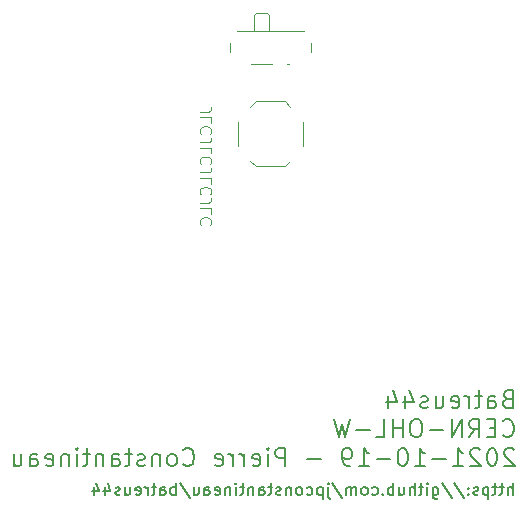
<source format=gbr>
%TF.GenerationSoftware,KiCad,Pcbnew,(5.1.10)-1*%
%TF.CreationDate,2021-10-19T15:54:07-06:00*%
%TF.ProjectId,batreus,62617472-6575-4732-9e6b-696361645f70,rev?*%
%TF.SameCoordinates,Original*%
%TF.FileFunction,Legend,Bot*%
%TF.FilePolarity,Positive*%
%FSLAX46Y46*%
G04 Gerber Fmt 4.6, Leading zero omitted, Abs format (unit mm)*
G04 Created by KiCad (PCBNEW (5.1.10)-1) date 2021-10-19 15:54:07*
%MOMM*%
%LPD*%
G01*
G04 APERTURE LIST*
%ADD10C,0.200000*%
%ADD11C,0.150000*%
%ADD12C,0.100000*%
%ADD13C,0.120000*%
G04 APERTURE END LIST*
D10*
X170312857Y-117692857D02*
X170098571Y-117764285D01*
X170027142Y-117835714D01*
X169955714Y-117978571D01*
X169955714Y-118192857D01*
X170027142Y-118335714D01*
X170098571Y-118407142D01*
X170241428Y-118478571D01*
X170812857Y-118478571D01*
X170812857Y-116978571D01*
X170312857Y-116978571D01*
X170170000Y-117050000D01*
X170098571Y-117121428D01*
X170027142Y-117264285D01*
X170027142Y-117407142D01*
X170098571Y-117550000D01*
X170170000Y-117621428D01*
X170312857Y-117692857D01*
X170812857Y-117692857D01*
X168670000Y-118478571D02*
X168670000Y-117692857D01*
X168741428Y-117550000D01*
X168884285Y-117478571D01*
X169170000Y-117478571D01*
X169312857Y-117550000D01*
X168670000Y-118407142D02*
X168812857Y-118478571D01*
X169170000Y-118478571D01*
X169312857Y-118407142D01*
X169384285Y-118264285D01*
X169384285Y-118121428D01*
X169312857Y-117978571D01*
X169170000Y-117907142D01*
X168812857Y-117907142D01*
X168670000Y-117835714D01*
X168170000Y-117478571D02*
X167598571Y-117478571D01*
X167955714Y-116978571D02*
X167955714Y-118264285D01*
X167884285Y-118407142D01*
X167741428Y-118478571D01*
X167598571Y-118478571D01*
X167098571Y-118478571D02*
X167098571Y-117478571D01*
X167098571Y-117764285D02*
X167027142Y-117621428D01*
X166955714Y-117550000D01*
X166812857Y-117478571D01*
X166670000Y-117478571D01*
X165598571Y-118407142D02*
X165741428Y-118478571D01*
X166027142Y-118478571D01*
X166170000Y-118407142D01*
X166241428Y-118264285D01*
X166241428Y-117692857D01*
X166170000Y-117550000D01*
X166027142Y-117478571D01*
X165741428Y-117478571D01*
X165598571Y-117550000D01*
X165527142Y-117692857D01*
X165527142Y-117835714D01*
X166241428Y-117978571D01*
X164241428Y-117478571D02*
X164241428Y-118478571D01*
X164884285Y-117478571D02*
X164884285Y-118264285D01*
X164812857Y-118407142D01*
X164670000Y-118478571D01*
X164455714Y-118478571D01*
X164312857Y-118407142D01*
X164241428Y-118335714D01*
X163598571Y-118407142D02*
X163455714Y-118478571D01*
X163170000Y-118478571D01*
X163027142Y-118407142D01*
X162955714Y-118264285D01*
X162955714Y-118192857D01*
X163027142Y-118050000D01*
X163170000Y-117978571D01*
X163384285Y-117978571D01*
X163527142Y-117907142D01*
X163598571Y-117764285D01*
X163598571Y-117692857D01*
X163527142Y-117550000D01*
X163384285Y-117478571D01*
X163170000Y-117478571D01*
X163027142Y-117550000D01*
X161670000Y-117478571D02*
X161670000Y-118478571D01*
X162027142Y-116907142D02*
X162384285Y-117978571D01*
X161455714Y-117978571D01*
X160241428Y-117478571D02*
X160241428Y-118478571D01*
X160598571Y-116907142D02*
X160955714Y-117978571D01*
X160027142Y-117978571D01*
X169955714Y-120785714D02*
X170027142Y-120857142D01*
X170241428Y-120928571D01*
X170384285Y-120928571D01*
X170598571Y-120857142D01*
X170741428Y-120714285D01*
X170812857Y-120571428D01*
X170884285Y-120285714D01*
X170884285Y-120071428D01*
X170812857Y-119785714D01*
X170741428Y-119642857D01*
X170598571Y-119500000D01*
X170384285Y-119428571D01*
X170241428Y-119428571D01*
X170027142Y-119500000D01*
X169955714Y-119571428D01*
X169312857Y-120142857D02*
X168812857Y-120142857D01*
X168598571Y-120928571D02*
X169312857Y-120928571D01*
X169312857Y-119428571D01*
X168598571Y-119428571D01*
X167098571Y-120928571D02*
X167598571Y-120214285D01*
X167955714Y-120928571D02*
X167955714Y-119428571D01*
X167384285Y-119428571D01*
X167241428Y-119500000D01*
X167170000Y-119571428D01*
X167098571Y-119714285D01*
X167098571Y-119928571D01*
X167170000Y-120071428D01*
X167241428Y-120142857D01*
X167384285Y-120214285D01*
X167955714Y-120214285D01*
X166455714Y-120928571D02*
X166455714Y-119428571D01*
X165598571Y-120928571D01*
X165598571Y-119428571D01*
X164884285Y-120357142D02*
X163741428Y-120357142D01*
X162741428Y-119428571D02*
X162455714Y-119428571D01*
X162312857Y-119500000D01*
X162170000Y-119642857D01*
X162098571Y-119928571D01*
X162098571Y-120428571D01*
X162170000Y-120714285D01*
X162312857Y-120857142D01*
X162455714Y-120928571D01*
X162741428Y-120928571D01*
X162884285Y-120857142D01*
X163027142Y-120714285D01*
X163098571Y-120428571D01*
X163098571Y-119928571D01*
X163027142Y-119642857D01*
X162884285Y-119500000D01*
X162741428Y-119428571D01*
X161455714Y-120928571D02*
X161455714Y-119428571D01*
X161455714Y-120142857D02*
X160598571Y-120142857D01*
X160598571Y-120928571D02*
X160598571Y-119428571D01*
X159170000Y-120928571D02*
X159884285Y-120928571D01*
X159884285Y-119428571D01*
X158670000Y-120357142D02*
X157527142Y-120357142D01*
X156955714Y-119428571D02*
X156598571Y-120928571D01*
X156312857Y-119857142D01*
X156027142Y-120928571D01*
X155670000Y-119428571D01*
X170884285Y-122021428D02*
X170812857Y-121950000D01*
X170670000Y-121878571D01*
X170312857Y-121878571D01*
X170170000Y-121950000D01*
X170098571Y-122021428D01*
X170027142Y-122164285D01*
X170027142Y-122307142D01*
X170098571Y-122521428D01*
X170955714Y-123378571D01*
X170027142Y-123378571D01*
X169098571Y-121878571D02*
X168955714Y-121878571D01*
X168812857Y-121950000D01*
X168741428Y-122021428D01*
X168670000Y-122164285D01*
X168598571Y-122450000D01*
X168598571Y-122807142D01*
X168670000Y-123092857D01*
X168741428Y-123235714D01*
X168812857Y-123307142D01*
X168955714Y-123378571D01*
X169098571Y-123378571D01*
X169241428Y-123307142D01*
X169312857Y-123235714D01*
X169384285Y-123092857D01*
X169455714Y-122807142D01*
X169455714Y-122450000D01*
X169384285Y-122164285D01*
X169312857Y-122021428D01*
X169241428Y-121950000D01*
X169098571Y-121878571D01*
X168027142Y-122021428D02*
X167955714Y-121950000D01*
X167812857Y-121878571D01*
X167455714Y-121878571D01*
X167312857Y-121950000D01*
X167241428Y-122021428D01*
X167170000Y-122164285D01*
X167170000Y-122307142D01*
X167241428Y-122521428D01*
X168098571Y-123378571D01*
X167170000Y-123378571D01*
X165741428Y-123378571D02*
X166598571Y-123378571D01*
X166170000Y-123378571D02*
X166170000Y-121878571D01*
X166312857Y-122092857D01*
X166455714Y-122235714D01*
X166598571Y-122307142D01*
X165098571Y-122807142D02*
X163955714Y-122807142D01*
X162455714Y-123378571D02*
X163312857Y-123378571D01*
X162884285Y-123378571D02*
X162884285Y-121878571D01*
X163027142Y-122092857D01*
X163170000Y-122235714D01*
X163312857Y-122307142D01*
X161527142Y-121878571D02*
X161384285Y-121878571D01*
X161241428Y-121950000D01*
X161170000Y-122021428D01*
X161098571Y-122164285D01*
X161027142Y-122450000D01*
X161027142Y-122807142D01*
X161098571Y-123092857D01*
X161170000Y-123235714D01*
X161241428Y-123307142D01*
X161384285Y-123378571D01*
X161527142Y-123378571D01*
X161670000Y-123307142D01*
X161741428Y-123235714D01*
X161812857Y-123092857D01*
X161884285Y-122807142D01*
X161884285Y-122450000D01*
X161812857Y-122164285D01*
X161741428Y-122021428D01*
X161670000Y-121950000D01*
X161527142Y-121878571D01*
X160384285Y-122807142D02*
X159241428Y-122807142D01*
X157741428Y-123378571D02*
X158598571Y-123378571D01*
X158170000Y-123378571D02*
X158170000Y-121878571D01*
X158312857Y-122092857D01*
X158455714Y-122235714D01*
X158598571Y-122307142D01*
X157027142Y-123378571D02*
X156741428Y-123378571D01*
X156598571Y-123307142D01*
X156527142Y-123235714D01*
X156384285Y-123021428D01*
X156312857Y-122735714D01*
X156312857Y-122164285D01*
X156384285Y-122021428D01*
X156455714Y-121950000D01*
X156598571Y-121878571D01*
X156884285Y-121878571D01*
X157027142Y-121950000D01*
X157098571Y-122021428D01*
X157170000Y-122164285D01*
X157170000Y-122521428D01*
X157098571Y-122664285D01*
X157027142Y-122735714D01*
X156884285Y-122807142D01*
X156598571Y-122807142D01*
X156455714Y-122735714D01*
X156384285Y-122664285D01*
X156312857Y-122521428D01*
X154527142Y-122807142D02*
X153384285Y-122807142D01*
X151527142Y-123378571D02*
X151527142Y-121878571D01*
X150955714Y-121878571D01*
X150812857Y-121950000D01*
X150741428Y-122021428D01*
X150670000Y-122164285D01*
X150670000Y-122378571D01*
X150741428Y-122521428D01*
X150812857Y-122592857D01*
X150955714Y-122664285D01*
X151527142Y-122664285D01*
X150027142Y-123378571D02*
X150027142Y-122378571D01*
X150027142Y-121878571D02*
X150098571Y-121950000D01*
X150027142Y-122021428D01*
X149955714Y-121950000D01*
X150027142Y-121878571D01*
X150027142Y-122021428D01*
X148741428Y-123307142D02*
X148884285Y-123378571D01*
X149170000Y-123378571D01*
X149312857Y-123307142D01*
X149384285Y-123164285D01*
X149384285Y-122592857D01*
X149312857Y-122450000D01*
X149170000Y-122378571D01*
X148884285Y-122378571D01*
X148741428Y-122450000D01*
X148670000Y-122592857D01*
X148670000Y-122735714D01*
X149384285Y-122878571D01*
X148027142Y-123378571D02*
X148027142Y-122378571D01*
X148027142Y-122664285D02*
X147955714Y-122521428D01*
X147884285Y-122450000D01*
X147741428Y-122378571D01*
X147598571Y-122378571D01*
X147098571Y-123378571D02*
X147098571Y-122378571D01*
X147098571Y-122664285D02*
X147027142Y-122521428D01*
X146955714Y-122450000D01*
X146812857Y-122378571D01*
X146670000Y-122378571D01*
X145598571Y-123307142D02*
X145741428Y-123378571D01*
X146027142Y-123378571D01*
X146170000Y-123307142D01*
X146241428Y-123164285D01*
X146241428Y-122592857D01*
X146170000Y-122450000D01*
X146027142Y-122378571D01*
X145741428Y-122378571D01*
X145598571Y-122450000D01*
X145527142Y-122592857D01*
X145527142Y-122735714D01*
X146241428Y-122878571D01*
X142884285Y-123235714D02*
X142955714Y-123307142D01*
X143170000Y-123378571D01*
X143312857Y-123378571D01*
X143527142Y-123307142D01*
X143670000Y-123164285D01*
X143741428Y-123021428D01*
X143812857Y-122735714D01*
X143812857Y-122521428D01*
X143741428Y-122235714D01*
X143670000Y-122092857D01*
X143527142Y-121950000D01*
X143312857Y-121878571D01*
X143170000Y-121878571D01*
X142955714Y-121950000D01*
X142884285Y-122021428D01*
X142027142Y-123378571D02*
X142170000Y-123307142D01*
X142241428Y-123235714D01*
X142312857Y-123092857D01*
X142312857Y-122664285D01*
X142241428Y-122521428D01*
X142170000Y-122450000D01*
X142027142Y-122378571D01*
X141812857Y-122378571D01*
X141670000Y-122450000D01*
X141598571Y-122521428D01*
X141527142Y-122664285D01*
X141527142Y-123092857D01*
X141598571Y-123235714D01*
X141670000Y-123307142D01*
X141812857Y-123378571D01*
X142027142Y-123378571D01*
X140884285Y-122378571D02*
X140884285Y-123378571D01*
X140884285Y-122521428D02*
X140812857Y-122450000D01*
X140670000Y-122378571D01*
X140455714Y-122378571D01*
X140312857Y-122450000D01*
X140241428Y-122592857D01*
X140241428Y-123378571D01*
X139598571Y-123307142D02*
X139455714Y-123378571D01*
X139170000Y-123378571D01*
X139027142Y-123307142D01*
X138955714Y-123164285D01*
X138955714Y-123092857D01*
X139027142Y-122950000D01*
X139170000Y-122878571D01*
X139384285Y-122878571D01*
X139527142Y-122807142D01*
X139598571Y-122664285D01*
X139598571Y-122592857D01*
X139527142Y-122450000D01*
X139384285Y-122378571D01*
X139170000Y-122378571D01*
X139027142Y-122450000D01*
X138527142Y-122378571D02*
X137955714Y-122378571D01*
X138312857Y-121878571D02*
X138312857Y-123164285D01*
X138241428Y-123307142D01*
X138098571Y-123378571D01*
X137955714Y-123378571D01*
X136812857Y-123378571D02*
X136812857Y-122592857D01*
X136884285Y-122450000D01*
X137027142Y-122378571D01*
X137312857Y-122378571D01*
X137455714Y-122450000D01*
X136812857Y-123307142D02*
X136955714Y-123378571D01*
X137312857Y-123378571D01*
X137455714Y-123307142D01*
X137527142Y-123164285D01*
X137527142Y-123021428D01*
X137455714Y-122878571D01*
X137312857Y-122807142D01*
X136955714Y-122807142D01*
X136812857Y-122735714D01*
X136098571Y-122378571D02*
X136098571Y-123378571D01*
X136098571Y-122521428D02*
X136027142Y-122450000D01*
X135884285Y-122378571D01*
X135670000Y-122378571D01*
X135527142Y-122450000D01*
X135455714Y-122592857D01*
X135455714Y-123378571D01*
X134955714Y-122378571D02*
X134384285Y-122378571D01*
X134741428Y-121878571D02*
X134741428Y-123164285D01*
X134670000Y-123307142D01*
X134527142Y-123378571D01*
X134384285Y-123378571D01*
X133884285Y-123378571D02*
X133884285Y-122378571D01*
X133884285Y-121878571D02*
X133955714Y-121950000D01*
X133884285Y-122021428D01*
X133812857Y-121950000D01*
X133884285Y-121878571D01*
X133884285Y-122021428D01*
X133170000Y-122378571D02*
X133170000Y-123378571D01*
X133170000Y-122521428D02*
X133098571Y-122450000D01*
X132955714Y-122378571D01*
X132741428Y-122378571D01*
X132598571Y-122450000D01*
X132527142Y-122592857D01*
X132527142Y-123378571D01*
X131241428Y-123307142D02*
X131384285Y-123378571D01*
X131670000Y-123378571D01*
X131812857Y-123307142D01*
X131884285Y-123164285D01*
X131884285Y-122592857D01*
X131812857Y-122450000D01*
X131670000Y-122378571D01*
X131384285Y-122378571D01*
X131241428Y-122450000D01*
X131170000Y-122592857D01*
X131170000Y-122735714D01*
X131884285Y-122878571D01*
X129884285Y-123378571D02*
X129884285Y-122592857D01*
X129955714Y-122450000D01*
X130098571Y-122378571D01*
X130384285Y-122378571D01*
X130527142Y-122450000D01*
X129884285Y-123307142D02*
X130027142Y-123378571D01*
X130384285Y-123378571D01*
X130527142Y-123307142D01*
X130598571Y-123164285D01*
X130598571Y-123021428D01*
X130527142Y-122878571D01*
X130384285Y-122807142D01*
X130027142Y-122807142D01*
X129884285Y-122735714D01*
X128527142Y-122378571D02*
X128527142Y-123378571D01*
X129170000Y-122378571D02*
X129170000Y-123164285D01*
X129098571Y-123307142D01*
X128955714Y-123378571D01*
X128741428Y-123378571D01*
X128598571Y-123307142D01*
X128527142Y-123235714D01*
D11*
X170761904Y-125827380D02*
X170761904Y-124827380D01*
X170333333Y-125827380D02*
X170333333Y-125303571D01*
X170380952Y-125208333D01*
X170476190Y-125160714D01*
X170619047Y-125160714D01*
X170714285Y-125208333D01*
X170761904Y-125255952D01*
X170000000Y-125160714D02*
X169619047Y-125160714D01*
X169857142Y-124827380D02*
X169857142Y-125684523D01*
X169809523Y-125779761D01*
X169714285Y-125827380D01*
X169619047Y-125827380D01*
X169428571Y-125160714D02*
X169047619Y-125160714D01*
X169285714Y-124827380D02*
X169285714Y-125684523D01*
X169238095Y-125779761D01*
X169142857Y-125827380D01*
X169047619Y-125827380D01*
X168714285Y-125160714D02*
X168714285Y-126160714D01*
X168714285Y-125208333D02*
X168619047Y-125160714D01*
X168428571Y-125160714D01*
X168333333Y-125208333D01*
X168285714Y-125255952D01*
X168238095Y-125351190D01*
X168238095Y-125636904D01*
X168285714Y-125732142D01*
X168333333Y-125779761D01*
X168428571Y-125827380D01*
X168619047Y-125827380D01*
X168714285Y-125779761D01*
X167857142Y-125779761D02*
X167761904Y-125827380D01*
X167571428Y-125827380D01*
X167476190Y-125779761D01*
X167428571Y-125684523D01*
X167428571Y-125636904D01*
X167476190Y-125541666D01*
X167571428Y-125494047D01*
X167714285Y-125494047D01*
X167809523Y-125446428D01*
X167857142Y-125351190D01*
X167857142Y-125303571D01*
X167809523Y-125208333D01*
X167714285Y-125160714D01*
X167571428Y-125160714D01*
X167476190Y-125208333D01*
X167000000Y-125732142D02*
X166952380Y-125779761D01*
X167000000Y-125827380D01*
X167047619Y-125779761D01*
X167000000Y-125732142D01*
X167000000Y-125827380D01*
X167000000Y-125208333D02*
X166952380Y-125255952D01*
X167000000Y-125303571D01*
X167047619Y-125255952D01*
X167000000Y-125208333D01*
X167000000Y-125303571D01*
X165809523Y-124779761D02*
X166666666Y-126065476D01*
X164761904Y-124779761D02*
X165619047Y-126065476D01*
X164000000Y-125160714D02*
X164000000Y-125970238D01*
X164047619Y-126065476D01*
X164095238Y-126113095D01*
X164190476Y-126160714D01*
X164333333Y-126160714D01*
X164428571Y-126113095D01*
X164000000Y-125779761D02*
X164095238Y-125827380D01*
X164285714Y-125827380D01*
X164380952Y-125779761D01*
X164428571Y-125732142D01*
X164476190Y-125636904D01*
X164476190Y-125351190D01*
X164428571Y-125255952D01*
X164380952Y-125208333D01*
X164285714Y-125160714D01*
X164095238Y-125160714D01*
X164000000Y-125208333D01*
X163523809Y-125827380D02*
X163523809Y-125160714D01*
X163523809Y-124827380D02*
X163571428Y-124875000D01*
X163523809Y-124922619D01*
X163476190Y-124875000D01*
X163523809Y-124827380D01*
X163523809Y-124922619D01*
X163190476Y-125160714D02*
X162809523Y-125160714D01*
X163047619Y-124827380D02*
X163047619Y-125684523D01*
X163000000Y-125779761D01*
X162904761Y-125827380D01*
X162809523Y-125827380D01*
X162476190Y-125827380D02*
X162476190Y-124827380D01*
X162047619Y-125827380D02*
X162047619Y-125303571D01*
X162095238Y-125208333D01*
X162190476Y-125160714D01*
X162333333Y-125160714D01*
X162428571Y-125208333D01*
X162476190Y-125255952D01*
X161142857Y-125160714D02*
X161142857Y-125827380D01*
X161571428Y-125160714D02*
X161571428Y-125684523D01*
X161523809Y-125779761D01*
X161428571Y-125827380D01*
X161285714Y-125827380D01*
X161190476Y-125779761D01*
X161142857Y-125732142D01*
X160666666Y-125827380D02*
X160666666Y-124827380D01*
X160666666Y-125208333D02*
X160571428Y-125160714D01*
X160380952Y-125160714D01*
X160285714Y-125208333D01*
X160238095Y-125255952D01*
X160190476Y-125351190D01*
X160190476Y-125636904D01*
X160238095Y-125732142D01*
X160285714Y-125779761D01*
X160380952Y-125827380D01*
X160571428Y-125827380D01*
X160666666Y-125779761D01*
X159761904Y-125732142D02*
X159714285Y-125779761D01*
X159761904Y-125827380D01*
X159809523Y-125779761D01*
X159761904Y-125732142D01*
X159761904Y-125827380D01*
X158857142Y-125779761D02*
X158952380Y-125827380D01*
X159142857Y-125827380D01*
X159238095Y-125779761D01*
X159285714Y-125732142D01*
X159333333Y-125636904D01*
X159333333Y-125351190D01*
X159285714Y-125255952D01*
X159238095Y-125208333D01*
X159142857Y-125160714D01*
X158952380Y-125160714D01*
X158857142Y-125208333D01*
X158285714Y-125827380D02*
X158380952Y-125779761D01*
X158428571Y-125732142D01*
X158476190Y-125636904D01*
X158476190Y-125351190D01*
X158428571Y-125255952D01*
X158380952Y-125208333D01*
X158285714Y-125160714D01*
X158142857Y-125160714D01*
X158047619Y-125208333D01*
X158000000Y-125255952D01*
X157952380Y-125351190D01*
X157952380Y-125636904D01*
X158000000Y-125732142D01*
X158047619Y-125779761D01*
X158142857Y-125827380D01*
X158285714Y-125827380D01*
X157523809Y-125827380D02*
X157523809Y-125160714D01*
X157523809Y-125255952D02*
X157476190Y-125208333D01*
X157380952Y-125160714D01*
X157238095Y-125160714D01*
X157142857Y-125208333D01*
X157095238Y-125303571D01*
X157095238Y-125827380D01*
X157095238Y-125303571D02*
X157047619Y-125208333D01*
X156952380Y-125160714D01*
X156809523Y-125160714D01*
X156714285Y-125208333D01*
X156666666Y-125303571D01*
X156666666Y-125827380D01*
X155476190Y-124779761D02*
X156333333Y-126065476D01*
X155142857Y-125160714D02*
X155142857Y-126017857D01*
X155190476Y-126113095D01*
X155285714Y-126160714D01*
X155333333Y-126160714D01*
X155142857Y-124827380D02*
X155190476Y-124875000D01*
X155142857Y-124922619D01*
X155095238Y-124875000D01*
X155142857Y-124827380D01*
X155142857Y-124922619D01*
X154666666Y-125160714D02*
X154666666Y-126160714D01*
X154666666Y-125208333D02*
X154571428Y-125160714D01*
X154380952Y-125160714D01*
X154285714Y-125208333D01*
X154238095Y-125255952D01*
X154190476Y-125351190D01*
X154190476Y-125636904D01*
X154238095Y-125732142D01*
X154285714Y-125779761D01*
X154380952Y-125827380D01*
X154571428Y-125827380D01*
X154666666Y-125779761D01*
X153333333Y-125779761D02*
X153428571Y-125827380D01*
X153619047Y-125827380D01*
X153714285Y-125779761D01*
X153761904Y-125732142D01*
X153809523Y-125636904D01*
X153809523Y-125351190D01*
X153761904Y-125255952D01*
X153714285Y-125208333D01*
X153619047Y-125160714D01*
X153428571Y-125160714D01*
X153333333Y-125208333D01*
X152761904Y-125827380D02*
X152857142Y-125779761D01*
X152904761Y-125732142D01*
X152952380Y-125636904D01*
X152952380Y-125351190D01*
X152904761Y-125255952D01*
X152857142Y-125208333D01*
X152761904Y-125160714D01*
X152619047Y-125160714D01*
X152523809Y-125208333D01*
X152476190Y-125255952D01*
X152428571Y-125351190D01*
X152428571Y-125636904D01*
X152476190Y-125732142D01*
X152523809Y-125779761D01*
X152619047Y-125827380D01*
X152761904Y-125827380D01*
X152000000Y-125160714D02*
X152000000Y-125827380D01*
X152000000Y-125255952D02*
X151952380Y-125208333D01*
X151857142Y-125160714D01*
X151714285Y-125160714D01*
X151619047Y-125208333D01*
X151571428Y-125303571D01*
X151571428Y-125827380D01*
X151142857Y-125779761D02*
X151047619Y-125827380D01*
X150857142Y-125827380D01*
X150761904Y-125779761D01*
X150714285Y-125684523D01*
X150714285Y-125636904D01*
X150761904Y-125541666D01*
X150857142Y-125494047D01*
X151000000Y-125494047D01*
X151095238Y-125446428D01*
X151142857Y-125351190D01*
X151142857Y-125303571D01*
X151095238Y-125208333D01*
X151000000Y-125160714D01*
X150857142Y-125160714D01*
X150761904Y-125208333D01*
X150428571Y-125160714D02*
X150047619Y-125160714D01*
X150285714Y-124827380D02*
X150285714Y-125684523D01*
X150238095Y-125779761D01*
X150142857Y-125827380D01*
X150047619Y-125827380D01*
X149285714Y-125827380D02*
X149285714Y-125303571D01*
X149333333Y-125208333D01*
X149428571Y-125160714D01*
X149619047Y-125160714D01*
X149714285Y-125208333D01*
X149285714Y-125779761D02*
X149380952Y-125827380D01*
X149619047Y-125827380D01*
X149714285Y-125779761D01*
X149761904Y-125684523D01*
X149761904Y-125589285D01*
X149714285Y-125494047D01*
X149619047Y-125446428D01*
X149380952Y-125446428D01*
X149285714Y-125398809D01*
X148809523Y-125160714D02*
X148809523Y-125827380D01*
X148809523Y-125255952D02*
X148761904Y-125208333D01*
X148666666Y-125160714D01*
X148523809Y-125160714D01*
X148428571Y-125208333D01*
X148380952Y-125303571D01*
X148380952Y-125827380D01*
X148047619Y-125160714D02*
X147666666Y-125160714D01*
X147904761Y-124827380D02*
X147904761Y-125684523D01*
X147857142Y-125779761D01*
X147761904Y-125827380D01*
X147666666Y-125827380D01*
X147333333Y-125827380D02*
X147333333Y-125160714D01*
X147333333Y-124827380D02*
X147380952Y-124875000D01*
X147333333Y-124922619D01*
X147285714Y-124875000D01*
X147333333Y-124827380D01*
X147333333Y-124922619D01*
X146857142Y-125160714D02*
X146857142Y-125827380D01*
X146857142Y-125255952D02*
X146809523Y-125208333D01*
X146714285Y-125160714D01*
X146571428Y-125160714D01*
X146476190Y-125208333D01*
X146428571Y-125303571D01*
X146428571Y-125827380D01*
X145571428Y-125779761D02*
X145666666Y-125827380D01*
X145857142Y-125827380D01*
X145952380Y-125779761D01*
X146000000Y-125684523D01*
X146000000Y-125303571D01*
X145952380Y-125208333D01*
X145857142Y-125160714D01*
X145666666Y-125160714D01*
X145571428Y-125208333D01*
X145523809Y-125303571D01*
X145523809Y-125398809D01*
X146000000Y-125494047D01*
X144666666Y-125827380D02*
X144666666Y-125303571D01*
X144714285Y-125208333D01*
X144809523Y-125160714D01*
X145000000Y-125160714D01*
X145095238Y-125208333D01*
X144666666Y-125779761D02*
X144761904Y-125827380D01*
X145000000Y-125827380D01*
X145095238Y-125779761D01*
X145142857Y-125684523D01*
X145142857Y-125589285D01*
X145095238Y-125494047D01*
X145000000Y-125446428D01*
X144761904Y-125446428D01*
X144666666Y-125398809D01*
X143761904Y-125160714D02*
X143761904Y-125827380D01*
X144190476Y-125160714D02*
X144190476Y-125684523D01*
X144142857Y-125779761D01*
X144047619Y-125827380D01*
X143904761Y-125827380D01*
X143809523Y-125779761D01*
X143761904Y-125732142D01*
X142571428Y-124779761D02*
X143428571Y-126065476D01*
X142238095Y-125827380D02*
X142238095Y-124827380D01*
X142238095Y-125208333D02*
X142142857Y-125160714D01*
X141952380Y-125160714D01*
X141857142Y-125208333D01*
X141809523Y-125255952D01*
X141761904Y-125351190D01*
X141761904Y-125636904D01*
X141809523Y-125732142D01*
X141857142Y-125779761D01*
X141952380Y-125827380D01*
X142142857Y-125827380D01*
X142238095Y-125779761D01*
X140904761Y-125827380D02*
X140904761Y-125303571D01*
X140952380Y-125208333D01*
X141047619Y-125160714D01*
X141238095Y-125160714D01*
X141333333Y-125208333D01*
X140904761Y-125779761D02*
X141000000Y-125827380D01*
X141238095Y-125827380D01*
X141333333Y-125779761D01*
X141380952Y-125684523D01*
X141380952Y-125589285D01*
X141333333Y-125494047D01*
X141238095Y-125446428D01*
X141000000Y-125446428D01*
X140904761Y-125398809D01*
X140571428Y-125160714D02*
X140190476Y-125160714D01*
X140428571Y-124827380D02*
X140428571Y-125684523D01*
X140380952Y-125779761D01*
X140285714Y-125827380D01*
X140190476Y-125827380D01*
X139857142Y-125827380D02*
X139857142Y-125160714D01*
X139857142Y-125351190D02*
X139809523Y-125255952D01*
X139761904Y-125208333D01*
X139666666Y-125160714D01*
X139571428Y-125160714D01*
X138857142Y-125779761D02*
X138952380Y-125827380D01*
X139142857Y-125827380D01*
X139238095Y-125779761D01*
X139285714Y-125684523D01*
X139285714Y-125303571D01*
X139238095Y-125208333D01*
X139142857Y-125160714D01*
X138952380Y-125160714D01*
X138857142Y-125208333D01*
X138809523Y-125303571D01*
X138809523Y-125398809D01*
X139285714Y-125494047D01*
X137952380Y-125160714D02*
X137952380Y-125827380D01*
X138380952Y-125160714D02*
X138380952Y-125684523D01*
X138333333Y-125779761D01*
X138238095Y-125827380D01*
X138095238Y-125827380D01*
X138000000Y-125779761D01*
X137952380Y-125732142D01*
X137523809Y-125779761D02*
X137428571Y-125827380D01*
X137238095Y-125827380D01*
X137142857Y-125779761D01*
X137095238Y-125684523D01*
X137095238Y-125636904D01*
X137142857Y-125541666D01*
X137238095Y-125494047D01*
X137380952Y-125494047D01*
X137476190Y-125446428D01*
X137523809Y-125351190D01*
X137523809Y-125303571D01*
X137476190Y-125208333D01*
X137380952Y-125160714D01*
X137238095Y-125160714D01*
X137142857Y-125208333D01*
X136238095Y-125160714D02*
X136238095Y-125827380D01*
X136476190Y-124779761D02*
X136714285Y-125494047D01*
X136095238Y-125494047D01*
X135285714Y-125160714D02*
X135285714Y-125827380D01*
X135523809Y-124779761D02*
X135761904Y-125494047D01*
X135142857Y-125494047D01*
D12*
X144252380Y-93380952D02*
X144966666Y-93380952D01*
X145109523Y-93333333D01*
X145204761Y-93238095D01*
X145252380Y-93095238D01*
X145252380Y-93000000D01*
X145252380Y-94333333D02*
X145252380Y-93857142D01*
X144252380Y-93857142D01*
X145157142Y-95238095D02*
X145204761Y-95190476D01*
X145252380Y-95047619D01*
X145252380Y-94952380D01*
X145204761Y-94809523D01*
X145109523Y-94714285D01*
X145014285Y-94666666D01*
X144823809Y-94619047D01*
X144680952Y-94619047D01*
X144490476Y-94666666D01*
X144395238Y-94714285D01*
X144300000Y-94809523D01*
X144252380Y-94952380D01*
X144252380Y-95047619D01*
X144300000Y-95190476D01*
X144347619Y-95238095D01*
X144252380Y-95952380D02*
X144966666Y-95952380D01*
X145109523Y-95904761D01*
X145204761Y-95809523D01*
X145252380Y-95666666D01*
X145252380Y-95571428D01*
X145252380Y-96904761D02*
X145252380Y-96428571D01*
X144252380Y-96428571D01*
X145157142Y-97809523D02*
X145204761Y-97761904D01*
X145252380Y-97619047D01*
X145252380Y-97523809D01*
X145204761Y-97380952D01*
X145109523Y-97285714D01*
X145014285Y-97238095D01*
X144823809Y-97190476D01*
X144680952Y-97190476D01*
X144490476Y-97238095D01*
X144395238Y-97285714D01*
X144300000Y-97380952D01*
X144252380Y-97523809D01*
X144252380Y-97619047D01*
X144300000Y-97761904D01*
X144347619Y-97809523D01*
X144252380Y-98523809D02*
X144966666Y-98523809D01*
X145109523Y-98476190D01*
X145204761Y-98380952D01*
X145252380Y-98238095D01*
X145252380Y-98142857D01*
X145252380Y-99476190D02*
X145252380Y-99000000D01*
X144252380Y-99000000D01*
X145157142Y-100380952D02*
X145204761Y-100333333D01*
X145252380Y-100190476D01*
X145252380Y-100095238D01*
X145204761Y-99952380D01*
X145109523Y-99857142D01*
X145014285Y-99809523D01*
X144823809Y-99761904D01*
X144680952Y-99761904D01*
X144490476Y-99809523D01*
X144395238Y-99857142D01*
X144300000Y-99952380D01*
X144252380Y-100095238D01*
X144252380Y-100190476D01*
X144300000Y-100333333D01*
X144347619Y-100380952D01*
X144252380Y-101095238D02*
X144966666Y-101095238D01*
X145109523Y-101047619D01*
X145204761Y-100952380D01*
X145252380Y-100809523D01*
X145252380Y-100714285D01*
X145252380Y-102047619D02*
X145252380Y-101571428D01*
X144252380Y-101571428D01*
X145157142Y-102952380D02*
X145204761Y-102904761D01*
X145252380Y-102761904D01*
X145252380Y-102666666D01*
X145204761Y-102523809D01*
X145109523Y-102428571D01*
X145014285Y-102380952D01*
X144823809Y-102333333D01*
X144680952Y-102333333D01*
X144490476Y-102380952D01*
X144395238Y-102428571D01*
X144300000Y-102523809D01*
X144252380Y-102666666D01*
X144252380Y-102761904D01*
X144300000Y-102904761D01*
X144347619Y-102952380D01*
D13*
%TO.C,SW2*%
X151950000Y-97550000D02*
X151500000Y-98000000D01*
X148550000Y-97550000D02*
X149000000Y-98000000D01*
X148550000Y-92950000D02*
X149000000Y-92500000D01*
X151950000Y-92950000D02*
X151500000Y-92500000D01*
X147500000Y-94250000D02*
X147500000Y-96250000D01*
X151500000Y-98000000D02*
X149000000Y-98000000D01*
X153000000Y-94250000D02*
X153000000Y-96250000D01*
X151500000Y-92500000D02*
X149000000Y-92500000D01*
%TO.C,SW1*%
X151650000Y-89370000D02*
X151850000Y-89370000D01*
X148850000Y-85230000D02*
X149050000Y-85020000D01*
X150150000Y-85230000D02*
X149950000Y-85020000D01*
X148850000Y-86520000D02*
X148850000Y-85230000D01*
X149050000Y-85020000D02*
X149950000Y-85020000D01*
X150150000Y-85230000D02*
X150150000Y-86520000D01*
X147400000Y-86520000D02*
X153100000Y-86520000D01*
X148650000Y-89370000D02*
X150350000Y-89370000D01*
X146800000Y-88320000D02*
X146800000Y-87530000D01*
X153700000Y-87530000D02*
X153700000Y-88320000D01*
%TD*%
M02*

</source>
